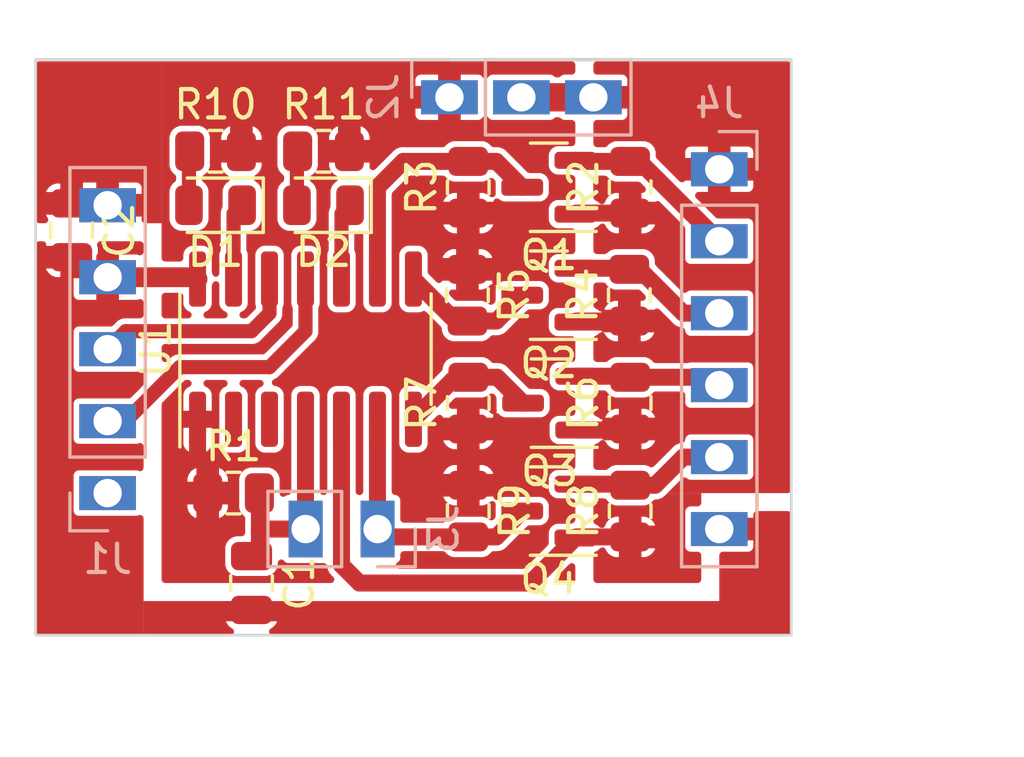
<source format=kicad_pcb>
(kicad_pcb (version 20221018) (generator pcbnew)
  (layers (0 "F.Cu" signal) (31 "B.Cu" signal) (34 "B.Paste" user) (35 "F.Paste" user) (36 "B.SilkS" user "B.Silkscreen") (37 "F.SilkS" user "F.Silkscreen") (38 "B.Mask" user) (39 "F.Mask" user) (44 "Edge.Cuts" user))
  (net 0 "")
  (net 1 "+3.3V")
  (net 2 "Rx")
  (net 3 "Tx")
  (net 4 "GND")
  (net 5 "+5V")
  (net 6 "VCC")
  (net 7 "RST")
  (net 8 "SCK{slash}Rx")
  (net 9 "MOSI{slash}Xck")
  (net 10 "MISO{slash}Tx")
  (net 11 "Net-(J3-Pin_2)")
  (net 12 "Net-(J4-Pin_2)")
  (net 13 "Net-(J4-Pin_3)")
  (net 14 "Net-(J4-Pin_4)")
  (net 15 "Net-(J4-Pin_5)")
  (net 16 "Net-(D1-K)")
  (net 17 "Net-(D1-A)")
  (net 18 "Net-(D2-K)")
  (net 19 "Net-(D2-A)")
  (footprint "Package_SO:SOIC-14_3.9x8.7mm_P1.27mm" (layer "F.Cu") (at 9.525 10.225 90)
    (fp_text reference "U1" (at 0 -5.28 90) (layer "F.SilkS"))
    (fp_text value "ATtiny841-SS" hide)
    (fp_line (start 0 -4.435) (end -3.45 -4.435) (stroke (width 0.12)) (layer "F.SilkS"))
    (fp_line (start 0 -4.435) (end 1.95 -4.435) (stroke (width 0.12)) (layer "F.SilkS"))
    (fp_line (start 0 4.435) (end -1.95 4.435) (stroke (width 0.12)) (layer "F.SilkS"))
    (fp_line (start 0 4.435) (end 1.95 4.435) (stroke (width 0.12)) (layer "F.SilkS"))
    (pad "1" smd roundrect (at -2.475 -3.81 90) (size 1.95 0.6) (layers "F.Cu" "F.Paste" "F.Mask") (net 5 "+5V"))
    (pad "2" smd roundrect (at -2.475 -2.54 90) (size 1.95 0.6) (layers "F.Cu" "F.Paste" "F.Mask"))
    (pad "3" smd roundrect (at -2.475 -1.27 90) (size 1.95 0.6) (layers "F.Cu" "F.Paste" "F.Mask"))
    (pad "4" smd roundrect (at -2.475 0 90) (size 1.95 0.6) (layers "F.Cu" "F.Paste" "F.Mask") (net 11 "Net-(J3-Pin_2)"))
    (pad "5" smd roundrect (at -2.475 1.27 90) (size 1.95 0.6) (layers "F.Cu" "F.Paste" "F.Mask") (net 6 "VCC"))
    (pad "6" smd roundrect (at -2.475 2.54 90) (size 1.95 0.6) (layers "F.Cu" "F.Paste" "F.Mask") (net 7 "RST"))
    (pad "7" smd roundrect (at -2.475 3.81 90) (size 1.95 0.6) (layers "F.Cu" "F.Paste" "F.Mask") (net 9 "MOSI{slash}Xck"))
    (pad "8" smd roundrect (at 2.475 3.81 90) (size 1.95 0.6) (layers "F.Cu" "F.Paste" "F.Mask") (net 10 "MISO{slash}Tx"))
    (pad "9" smd roundrect (at 2.475 2.54 90) (size 1.95 0.6) (layers "F.Cu" "F.Paste" "F.Mask") (net 8 "SCK{slash}Rx"))
    (pad "10" smd roundrect (at 2.475 1.27 90) (size 1.95 0.6) (layers "F.Cu" "F.Paste" "F.Mask") (net 18 "Net-(D2-K)"))
    (pad "11" smd roundrect (at 2.475 0 90) (size 1.95 0.6) (layers "F.Cu" "F.Paste" "F.Mask") (net 2 "Rx"))
    (pad "12" smd roundrect (at 2.475 -1.27 90) (size 1.95 0.6) (layers "F.Cu" "F.Paste" "F.Mask") (net 3 "Tx"))
    (pad "13" smd roundrect (at 2.475 -2.54 90) (size 1.95 0.6) (layers "F.Cu" "F.Paste" "F.Mask") (net 16 "Net-(D1-K)"))
    (pad "14" smd roundrect (at 2.475 -3.81 90) (size 1.95 0.6) (layers "F.Cu" "F.Paste" "F.Mask") (net 4 "GND"))
  )
  (footprint "Resistor_SMD:R_0805_2012Metric" (layer "F.Cu") (at 6.985 15.305)
    (fp_text reference "R1" (at 0 -1.65) (layer "F.SilkS"))
    (fp_text value "10k")
    (fp_line (start -0.227064 -0.735) (end 0.227064 -0.735) (stroke (width 0.12)) (layer "F.SilkS"))
    (fp_line (start -0.227064 0.735) (end 0.227064 0.735) (stroke (width 0.12)) (layer "F.SilkS"))
    (pad "1" smd roundrect (at -0.9125 0) (size 1.025 1.4) (layers "F.Cu" "F.Paste" "F.Mask") (roundrect_rratio 0.243902439) (net 5 "+5V"))
    (pad "2" smd roundrect (at 0.9125 0) (size 1.025 1.4) (layers "F.Cu" "F.Paste" "F.Mask") (roundrect_rratio 0.243902439) (net 11 "Net-(J3-Pin_2)"))
  )
  (footprint "Capacitor_SMD:C_0805_2012Metric" (layer "F.Cu") (at 1.27 6.03 -90)
    (fp_text reference "C2" (at 0 -1.68 90) (layer "F.SilkS"))
    (fp_text value "100n")
    (fp_line (start -0.261252 -0.735) (end 0.261252 -0.735) (stroke (width 0.12)) (layer "F.SilkS"))
    (fp_line (start -0.261252 0.735) (end 0.261252 0.735) (stroke (width 0.12)) (layer "F.SilkS"))
    (pad "1" smd roundrect (at -0.95 0 270) (size 1 1.45) (layers "F.Cu" "F.Paste" "F.Mask") (net 5 "+5V"))
    (pad "2" smd roundrect (at 0.95 0 270) (size 1 1.45) (layers "F.Cu" "F.Paste" "F.Mask") (net 4 "GND"))
  )
  (footprint "Package_TO_SOT_SMD:SOT-23" (layer "F.Cu") (at 18.1125 8.32 180)
    (fp_text reference "Q2" (at 0 -2.4) (layer "F.SilkS"))
    (fp_text value "2N7002")
    (fp_line (start 0 -1.56) (end -1.675 -1.56) (stroke (width 0.12)) (layer "F.SilkS"))
    (fp_line (start 0 -1.56) (end 0.65 -1.56) (stroke (width 0.12)) (layer "F.SilkS"))
    (fp_line (start 0 1.56) (end -0.65 1.56) (stroke (width 0.12)) (layer "F.SilkS"))
    (fp_line (start 0 1.56) (end 0.65 1.56) (stroke (width 0.12)) (layer "F.SilkS"))
    (pad "1" smd roundrect (at -0.9375 -0.95 180) (size 1.475 0.6) (layers "F.Cu" "F.Paste" "F.Mask") (net 6 "VCC"))
    (pad "2" smd roundrect (at -0.9375 0.95 180) (size 1.475 0.6) (layers "F.Cu" "F.Paste" "F.Mask") (net 13 "Net-(J4-Pin_3)"))
    (pad "3" smd roundrect (at 0.9375 0 180) (size 1.475 0.6) (layers "F.Cu" "F.Paste" "F.Mask") (net 10 "MISO{slash}Tx"))
  )
  (footprint "Resistor_SMD:R_0805_2012Metric" (layer "F.Cu") (at 15.269999 15.94 -90)
    (fp_text reference "R9" (at 0 -1.65 90) (layer "F.SilkS"))
    (fp_text value "10k")
    (fp_line (start -0.227064 -0.735) (end 0.227064 -0.735) (stroke (width 0.12)) (layer "F.SilkS"))
    (fp_line (start -0.227064 0.735) (end 0.227064 0.735) (stroke (width 0.12)) (layer "F.SilkS"))
    (pad "1" smd roundrect (at -0.9125 0 270) (size 1.025 1.4) (layers "F.Cu" "F.Paste" "F.Mask") (roundrect_rratio 0.243902439) (net 5 "+5V"))
    (pad "2" smd roundrect (at 0.9125 0 270) (size 1.025 1.4) (layers "F.Cu" "F.Paste" "F.Mask") (roundrect_rratio 0.243902439) (net 7 "RST"))
  )
  (footprint "LED_SMD:LED_0805_2012Metric" (layer "F.Cu") (at 10.16 5.145 180)
    (fp_text reference "D2" (at 0 -1.65) (layer "F.SilkS"))
    (fp_text value "LED")
    (fp_line (start -1.685 -0.96) (end -1.685 0.96) (stroke (width 0.12)) (layer "F.SilkS"))
    (fp_line (start -1.685 0.96) (end 1 0.96) (stroke (width 0.12)) (layer "F.SilkS"))
    (fp_line (start 1 -0.96) (end -1.685 -0.96) (stroke (width 0.12)) (layer "F.SilkS"))
    (pad "1" smd roundrect (at -0.9375 0 180) (size 0.975 1.4) (layers "F.Cu" "F.Paste" "F.Mask") (net 18 "Net-(D2-K)"))
    (pad "2" smd roundrect (at 0.9375 0 180) (size 0.975 1.4) (layers "F.Cu" "F.Paste" "F.Mask") (net 19 "Net-(D2-A)"))
  )
  (footprint "Capacitor_SMD:C_0805_2012Metric" (layer "F.Cu") (at 7.62 18.48 -90)
    (fp_text reference "C1" (at 0 -1.68 90) (layer "F.SilkS"))
    (fp_text value "100n")
    (fp_line (start -0.261252 -0.735) (end 0.261252 -0.735) (stroke (width 0.12)) (layer "F.SilkS"))
    (fp_line (start -0.261252 0.735) (end 0.261252 0.735) (stroke (width 0.12)) (layer "F.SilkS"))
    (pad "1" smd roundrect (at -0.95 0 270) (size 1 1.45) (layers "F.Cu" "F.Paste" "F.Mask") (net 11 "Net-(J3-Pin_2)"))
    (pad "2" smd roundrect (at 0.95 0 270) (size 1 1.45) (layers "F.Cu" "F.Paste" "F.Mask") (net 4 "GND"))
  )
  (footprint "Resistor_SMD:R_0805_2012Metric" (layer "F.Cu") (at 15.239998 8.32 -90)
    (fp_text reference "R5" (at 0 -1.65 90) (layer "F.SilkS"))
    (fp_text value "10k")
    (fp_line (start -0.227064 -0.735) (end 0.227064 -0.735) (stroke (width 0.12)) (layer "F.SilkS"))
    (fp_line (start -0.227064 0.735) (end 0.227064 0.735) (stroke (width 0.12)) (layer "F.SilkS"))
    (pad "1" smd roundrect (at -0.9125 0 270) (size 1.025 1.4) (layers "F.Cu" "F.Paste" "F.Mask") (roundrect_rratio 0.243902439) (net 5 "+5V"))
    (pad "2" smd roundrect (at 0.9125 0 270) (size 1.025 1.4) (layers "F.Cu" "F.Paste" "F.Mask") (roundrect_rratio 0.243902439) (net 10 "MISO{slash}Tx"))
  )
  (footprint "Resistor_SMD:R_0805_2012Metric" (layer "F.Cu") (at 10.16 3.24)
    (fp_text reference "R11" (at 0 -1.65) (layer "F.SilkS"))
    (fp_text value "10k")
    (fp_line (start -0.227064 -0.735) (end 0.227064 -0.735) (stroke (width 0.12)) (layer "F.SilkS"))
    (fp_line (start -0.227064 0.735) (end 0.227064 0.735) (stroke (width 0.12)) (layer "F.SilkS"))
    (pad "1" smd roundrect (at -0.9125 0) (size 1.025 1.4) (layers "F.Cu" "F.Paste" "F.Mask") (roundrect_rratio 0.243902439) (net 19 "Net-(D2-A)"))
    (pad "2" smd roundrect (at 0.9125 0) (size 1.025 1.4) (layers "F.Cu" "F.Paste" "F.Mask") (roundrect_rratio 0.243902439) (net 5 "+5V"))
  )
  (footprint "Resistor_SMD:R_0805_2012Metric" (layer "F.Cu") (at 15.269999 4.51 90)
    (fp_text reference "R3" (at 0 -1.65 90) (layer "F.SilkS"))
    (fp_text value "10k")
    (fp_line (start -0.227064 -0.735) (end 0.227064 -0.735) (stroke (width 0.12)) (layer "F.SilkS"))
    (fp_line (start -0.227064 0.735) (end 0.227064 0.735) (stroke (width 0.12)) (layer "F.SilkS"))
    (pad "1" smd roundrect (at -0.9125 0 90) (size 1.025 1.4) (layers "F.Cu" "F.Paste" "F.Mask") (roundrect_rratio 0.243902439) (net 5 "+5V"))
    (pad "2" smd roundrect (at 0.9125 0 90) (size 1.025 1.4) (layers "F.Cu" "F.Paste" "F.Mask") (roundrect_rratio 0.243902439) (net 8 "SCK{slash}Rx"))
  )
  (footprint "Resistor_SMD:R_0805_2012Metric" (layer "F.Cu") (at 20.955 8.32 90)
    (fp_text reference "R4" (at 0 -1.65 90) (layer "F.SilkS"))
    (fp_text value "10k")
    (fp_line (start -0.227064 -0.735) (end 0.227064 -0.735) (stroke (width 0.12)) (layer "F.SilkS"))
    (fp_line (start -0.227064 0.735) (end 0.227064 0.735) (stroke (width 0.12)) (layer "F.SilkS"))
    (pad "1" smd roundrect (at -0.9125 0 90) (size 1.025 1.4) (layers "F.Cu" "F.Paste" "F.Mask") (roundrect_rratio 0.243902439) (net 6 "VCC"))
    (pad "2" smd roundrect (at 0.9125 0 90) (size 1.025 1.4) (layers "F.Cu" "F.Paste" "F.Mask") (roundrect_rratio 0.243902439) (net 13 "Net-(J4-Pin_3)"))
  )
  (footprint "Resistor_SMD:R_0805_2012Metric" (layer "F.Cu") (at 15.269999 12.13 90)
    (fp_text reference "R7" (at 0 -1.65 90) (layer "F.SilkS"))
    (fp_text value "10k")
    (fp_line (start -0.227064 -0.735) (end 0.227064 -0.735) (stroke (width 0.12)) (layer "F.SilkS"))
    (fp_line (start -0.227064 0.735) (end 0.227064 0.735) (stroke (width 0.12)) (layer "F.SilkS"))
    (pad "1" smd roundrect (at -0.9125 0 90) (size 1.025 1.4) (layers "F.Cu" "F.Paste" "F.Mask") (roundrect_rratio 0.243902439) (net 5 "+5V"))
    (pad "2" smd roundrect (at 0.9125 0 90) (size 1.025 1.4) (layers "F.Cu" "F.Paste" "F.Mask") (roundrect_rratio 0.243902439) (net 9 "MOSI{slash}Xck"))
  )
  (footprint "LED_SMD:LED_0805_2012Metric" (layer "F.Cu") (at 6.35 5.145 180)
    (fp_text reference "D1" (at 0 -1.65) (layer "F.SilkS"))
    (fp_text value "LED")
    (fp_line (start -1.685 -0.96) (end -1.685 0.96) (stroke (width 0.12)) (layer "F.SilkS"))
    (fp_line (start -1.685 0.96) (end 1 0.96) (stroke (width 0.12)) (layer "F.SilkS"))
    (fp_line (start 1 -0.96) (end -1.685 -0.96) (stroke (width 0.12)) (layer "F.SilkS"))
    (pad "1" smd roundrect (at -0.9375 0 180) (size 0.975 1.4) (layers "F.Cu" "F.Paste" "F.Mask") (net 16 "Net-(D1-K)"))
    (pad "2" smd roundrect (at 0.9375 0 180) (size 0.975 1.4) (layers "F.Cu" "F.Paste" "F.Mask") (net 17 "Net-(D1-A)"))
  )
  (footprint "Package_TO_SOT_SMD:SOT-23" (layer "F.Cu") (at 18.142499 12.13 180)
    (fp_text reference "Q3" (at 0 -2.4) (layer "F.SilkS"))
    (fp_text value "2N7002")
    (fp_line (start 0 -1.56) (end -1.675 -1.56) (stroke (width 0.12)) (layer "F.SilkS"))
    (fp_line (start 0 -1.56) (end 0.65 -1.56) (stroke (width 0.12)) (layer "F.SilkS"))
    (fp_line (start 0 1.56) (end -0.65 1.56) (stroke (width 0.12)) (layer "F.SilkS"))
    (fp_line (start 0 1.56) (end 0.65 1.56) (stroke (width 0.12)) (layer "F.SilkS"))
    (pad "1" smd roundrect (at -0.9375 -0.95 180) (size 1.475 0.6) (layers "F.Cu" "F.Paste" "F.Mask") (net 6 "VCC"))
    (pad "2" smd roundrect (at -0.9375 0.95 180) (size 1.475 0.6) (layers "F.Cu" "F.Paste" "F.Mask") (net 14 "Net-(J4-Pin_4)"))
    (pad "3" smd roundrect (at 0.9375 0 180) (size 1.475 0.6) (layers "F.Cu" "F.Paste" "F.Mask") (net 9 "MOSI{slash}Xck"))
  )
  (footprint "Resistor_SMD:R_0805_2012Metric" (layer "F.Cu") (at 6.35 3.24)
    (fp_text reference "R10" (at 0 -1.65) (layer "F.SilkS"))
    (fp_text value "10k")
    (fp_line (start -0.227064 -0.735) (end 0.227064 -0.735) (stroke (width 0.12)) (layer "F.SilkS"))
    (fp_line (start -0.227064 0.735) (end 0.227064 0.735) (stroke (width 0.12)) (layer "F.SilkS"))
    (pad "1" smd roundrect (at -0.9125 0) (size 1.025 1.4) (layers "F.Cu" "F.Paste" "F.Mask") (roundrect_rratio 0.243902439) (net 17 "Net-(D1-A)"))
    (pad "2" smd roundrect (at 0.9125 0) (size 1.025 1.4) (layers "F.Cu" "F.Paste" "F.Mask") (roundrect_rratio 0.243902439) (net 5 "+5V"))
  )
  (footprint "Resistor_SMD:R_0805_2012Metric" (layer "F.Cu") (at 20.984999 12.13 90)
    (fp_text reference "R6" (at 0 -1.65 90) (layer "F.SilkS"))
    (fp_text value "10k")
    (fp_line (start -0.227064 -0.735) (end 0.227064 -0.735) (stroke (width 0.12)) (layer "F.SilkS"))
    (fp_line (start -0.227064 0.735) (end 0.227064 0.735) (stroke (width 0.12)) (layer "F.SilkS"))
    (pad "1" smd roundrect (at -0.9125 0 90) (size 1.025 1.4) (layers "F.Cu" "F.Paste" "F.Mask") (roundrect_rratio 0.243902439) (net 6 "VCC"))
    (pad "2" smd roundrect (at 0.9125 0 90) (size 1.025 1.4) (layers "F.Cu" "F.Paste" "F.Mask") (roundrect_rratio 0.243902439) (net 14 "Net-(J4-Pin_4)"))
  )
  (footprint "Package_TO_SOT_SMD:SOT-23" (layer "F.Cu") (at 18.112499 4.51 180)
    (fp_text reference "Q1" (at 0 -2.4) (layer "F.SilkS"))
    (fp_text value "2N7002")
    (fp_line (start 0 -1.56) (end -1.675 -1.56) (stroke (width 0.12)) (layer "F.SilkS"))
    (fp_line (start 0 -1.56) (end 0.65 -1.56) (stroke (width 0.12)) (layer "F.SilkS"))
    (fp_line (start 0 1.56) (end -0.65 1.56) (stroke (width 0.12)) (layer "F.SilkS"))
    (fp_line (start 0 1.56) (end 0.65 1.56) (stroke (width 0.12)) (layer "F.SilkS"))
    (pad "1" smd roundrect (at -0.9375 -0.95 180) (size 1.475 0.6) (layers "F.Cu" "F.Paste" "F.Mask") (net 6 "VCC"))
    (pad "2" smd roundrect (at -0.9375 0.95 180) (size 1.475 0.6) (layers "F.Cu" "F.Paste" "F.Mask") (net 12 "Net-(J4-Pin_2)"))
    (pad "3" smd roundrect (at 0.9375 0 180) (size 1.475 0.6) (layers "F.Cu" "F.Paste" "F.Mask") (net 8 "SCK{slash}Rx"))
  )
  (footprint "Resistor_SMD:R_0805_2012Metric" (layer "F.Cu") (at 20.984999 15.94 90)
    (fp_text reference "R8" (at 0 -1.65 90) (layer "F.SilkS"))
    (fp_text value "10k")
    (fp_line (start -0.227064 -0.735) (end 0.227064 -0.735) (stroke (width 0.12)) (layer "F.SilkS"))
    (fp_line (start -0.227064 0.735) (end 0.227064 0.735) (stroke (width 0.12)) (layer "F.SilkS"))
    (pad "1" smd roundrect (at -0.9125 0 90) (size 1.025 1.4) (layers "F.Cu" "F.Paste" "F.Mask") (roundrect_rratio 0.243902439) (net 6 "VCC"))
    (pad "2" smd roundrect (at 0.9125 0 90) (size 1.025 1.4) (layers "F.Cu" "F.Paste" "F.Mask") (roundrect_rratio 0.243902439) (net 15 "Net-(J4-Pin_5)"))
  )
  (footprint "Resistor_SMD:R_0805_2012Metric" (layer "F.Cu") (at 20.984999 4.51 90)
    (fp_text reference "R2" (at 0 -1.65 90) (layer "F.SilkS"))
    (fp_text value "10k")
    (fp_line (start -0.227064 -0.735) (end 0.227064 -0.735) (stroke (width 0.12)) (layer "F.SilkS"))
    (fp_line (start -0.227064 0.735) (end 0.227064 0.735) (stroke (width 0.12)) (layer "F.SilkS"))
    (pad "1" smd roundrect (at -0.9125 0 90) (size 1.025 1.4) (layers "F.Cu" "F.Paste" "F.Mask") (roundrect_rratio 0.243902439) (net 6 "VCC"))
    (pad "2" smd roundrect (at 0.9125 0 90) (size 1.025 1.4) (layers "F.Cu" "F.Paste" "F.Mask") (roundrect_rratio 0.243902439) (net 12 "Net-(J4-Pin_2)"))
  )
  (footprint "Package_TO_SOT_SMD:SOT-23" (layer "F.Cu") (at 18.112499 15.94 180)
    (fp_text reference "Q4" (at 0 -2.4) (layer "F.SilkS"))
    (fp_text value "2N7002")
    (fp_line (start 0 -1.56) (end -1.675 -1.56) (stroke (width 0.12)) (layer "F.SilkS"))
    (fp_line (start 0 -1.56) (end 0.65 -1.56) (stroke (width 0.12)) (layer "F.SilkS"))
    (fp_line (start 0 1.56) (end -0.65 1.56) (stroke (width 0.12)) (layer "F.SilkS"))
    (fp_line (start 0 1.56) (end 0.65 1.56) (stroke (width 0.12)) (layer "F.SilkS"))
    (pad "1" smd roundrect (at -0.9375 -0.95 180) (size 1.475 0.6) (layers "F.Cu" "F.Paste" "F.Mask") (net 6 "VCC"))
    (pad "2" smd roundrect (at -0.9375 0.95 180) (size 1.475 0.6) (layers "F.Cu" "F.Paste" "F.Mask") (net 15 "Net-(J4-Pin_5)"))
    (pad "3" smd roundrect (at 0.9375 0 180) (size 1.475 0.6) (layers "F.Cu" "F.Paste" "F.Mask") (net 7 "RST"))
  )
  (footprint "Connector_PinHeader_2.54mm:PinHeader_1x02_P2.54mm_Vertical" (layer "B.Cu") (at 12.07 16.575 90)
    (fp_text reference "J3" (at 0 2.33 90) (layer "B.SilkS") (effects (justify mirror)))
    (fp_text value "ISPRST")
    (fp_line (start -1.33 -3.87) (end 1.33 -3.87) (stroke (width 0.12)) (layer "B.SilkS"))
    (fp_line (start -1.33 -1.27) (end -1.33 -3.87) (stroke (width 0.12)) (layer "B.SilkS"))
    (fp_line (start -1.33 -1.27) (end 1.33 -1.27) (stroke (width 0.12)) (layer "B.SilkS"))
    (fp_line (start -1.33 0) (end -1.33 1.33) (stroke (width 0.12)) (layer "B.SilkS"))
    (fp_line (start -1.33 1.33) (end 0 1.33) (stroke (width 0.12)) (layer "B.SilkS"))
    (fp_line (start 1.33 -1.27) (end 1.33 -3.87) (stroke (width 0.12)) (layer "B.SilkS"))
    (pad "1" thru_hole rect (at 0 0 90) (size 2 1.2) (drill 1) (layers "*.Cu" "*.Mask") (net 7 "RST"))
    (pad "2" thru_hole rect (at 0 -2.54 90) (size 2 1.2) (drill 1) (layers "*.Cu" "*.Mask") (net 11 "Net-(J3-Pin_2)"))
  )
  (footprint "Connector_PinHeader_2.54mm:PinHeader_1x03_P2.54mm_Vertical" (layer "B.Cu") (at 14.605 1.335 -90)
    (fp_text reference "J2" (at 0 2.33 90) (layer "B.SilkS") (effects (justify mirror)))
    (fp_text value "POW_SEL")
    (fp_line (start -1.33 -6.41) (end 1.33 -6.41) (stroke (width 0.12)) (layer "B.SilkS"))
    (fp_line (start -1.33 -1.27) (end -1.33 -6.41) (stroke (width 0.12)) (layer "B.SilkS"))
    (fp_line (start -1.33 -1.27) (end 1.33 -1.27) (stroke (width 0.12)) (layer "B.SilkS"))
    (fp_line (start -1.33 0) (end -1.33 1.33) (stroke (width 0.12)) (layer "B.SilkS"))
    (fp_line (start -1.33 1.33) (end 0 1.33) (stroke (width 0.12)) (layer "B.SilkS"))
    (fp_line (start 1.33 -1.27) (end 1.33 -6.41) (stroke (width 0.12)) (layer "B.SilkS"))
    (pad "1" thru_hole rect (at 0 0 270) (size 1.2 2) (drill 1) (layers "*.Cu" "*.Mask") (net 5 "+5V"))
    (pad "2" thru_hole rect (at 0 -2.54 270) (size 1.2 2) (drill 1) (layers "*.Cu" "*.Mask") (net 6 "VCC"))
    (pad "3" thru_hole rect (at 0 -5.08 270) (size 1.2 2) (drill 1) (layers "*.Cu" "*.Mask") (net 6 "VCC"))
  )
  (footprint "Connector_PinHeader_2.54mm:PinHeader_1x05_P2.54mm_Vertical" (layer "B.Cu") (at 2.54 15.305)
    (fp_text reference "J1" (at 0 2.33) (layer "B.SilkS") (effects (justify mirror)))
    (fp_text value "PC")
    (fp_line (start -1.33 -11.49) (end 1.33 -11.49) (stroke (width 0.12)) (layer "B.SilkS"))
    (fp_line (start -1.33 -1.27) (end -1.33 -11.49) (stroke (width 0.12)) (layer "B.SilkS"))
    (fp_line (start -1.33 -1.27) (end 1.33 -1.27) (stroke (width 0.12)) (layer "B.SilkS"))
    (fp_line (start -1.33 0) (end -1.33 1.33) (stroke (width 0.12)) (layer "B.SilkS"))
    (fp_line (start -1.33 1.33) (end 0 1.33) (stroke (width 0.12)) (layer "B.SilkS"))
    (fp_line (start 1.33 -1.27) (end 1.33 -11.49) (stroke (width 0.12)) (layer "B.SilkS"))
    (pad "1" thru_hole rect (at 0 0) (size 2 1.2) (drill 1) (layers "*.Cu" "*.Mask") (net 1 "+3.3V"))
    (pad "2" thru_hole rect (at 0 -2.54) (size 2 1.2) (drill 1) (layers "*.Cu" "*.Mask") (net 2 "Rx"))
    (pad "3" thru_hole rect (at 0 -5.08) (size 2 1.2) (drill 1) (layers "*.Cu" "*.Mask") (net 3 "Tx"))
    (pad "4" thru_hole rect (at 0 -7.62) (size 2 1.2) (drill 1) (layers "*.Cu" "*.Mask") (net 4 "GND"))
    (pad "5" thru_hole rect (at 0 -10.16) (size 2 1.2) (drill 1) (layers "*.Cu" "*.Mask") (net 5 "+5V"))
  )
  (footprint "Connector_PinHeader_2.54mm:PinHeader_1x06_P2.54mm_Vertical" (layer "B.Cu") (at 24.13 3.875 180)
    (fp_text reference "J4" (at 0 2.33) (layer "B.SilkS") (effects (justify mirror)))
    (fp_text value "ISP")
    (fp_line (start -1.33 -14.03) (end 1.33 -14.03) (stroke (width 0.12)) (layer "B.SilkS"))
    (fp_line (start -1.33 -1.27) (end -1.33 -14.03) (stroke (width 0.12)) (layer "B.SilkS"))
    (fp_line (start -1.33 -1.27) (end 1.33 -1.27) (stroke (width 0.12)) (layer "B.SilkS"))
    (fp_line (start -1.33 0) (end -1.33 1.33) (stroke (width 0.12)) (layer "B.SilkS"))
    (fp_line (start -1.33 1.33) (end 0 1.33) (stroke (width 0.12)) (layer "B.SilkS"))
    (fp_line (start 1.33 -1.27) (end 1.33 -14.03) (stroke (width 0.12)) (layer "B.SilkS"))
    (pad "1" thru_hole rect (at 0 0 180) (size 2 1.2) (drill 1) (layers "*.Cu" "*.Mask") (net 6 "VCC"))
    (pad "2" thru_hole rect (at 0 -2.54 180) (size 2 1.2) (drill 1) (layers "*.Cu" "*.Mask") (net 12 "Net-(J4-Pin_2)"))
    (pad "3" thru_hole rect (at 0 -5.08 180) (size 2 1.2) (drill 1) (layers "*.Cu" "*.Mask") (net 13 "Net-(J4-Pin_3)"))
    (pad "4" thru_hole rect (at 0 -7.62 180) (size 2 1.2) (drill 1) (layers "*.Cu" "*.Mask") (net 14 "Net-(J4-Pin_4)"))
    (pad "5" thru_hole rect (at 0 -10.16 180) (size 2 1.2) (drill 1) (layers "*.Cu" "*.Mask") (net 15 "Net-(J4-Pin_5)"))
    (pad "6" thru_hole rect (at 0 -12.7 180) (size 2 1.2) (drill 1) (layers "*.Cu" "*.Mask") (net 4 "GND"))
  )
  (gr_rect (start 0 0) (end 26.67 20.32) (stroke (width 0.1)) (fill none) (layer "Edge.Cuts"))
  (segment (start 9.525 7.75) (end 9.525 9.59) (width 0.5) (layer "F.Cu") (net 2))
  (segment (start 8.255 10.86) (end 5.08 10.86) (width 0.5) (layer "F.Cu") (net 2))
  (segment (start 5.08 10.86) (end 3.175 12.765) (width 0.5) (layer "F.Cu") (net 2))
  (segment (start 3.175 12.765) (end 2.54 12.765) (width 0.5) (layer "F.Cu") (net 2))
  (segment (start 9.525 9.59) (end 8.255 10.86) (width 0.5) (layer "F.Cu") (net 2))
  (segment (start 8.255 8.955) (end 8.255 7.75) (width 0.5) (layer "F.Cu") (net 3))
  (segment (start 3.175 9.59) (end 2.54 10.225) (width 0.5) (layer "F.Cu") (net 3))
  (segment (start 7.62 9.59) (end 8.255 8.955) (width 0.5) (layer "F.Cu") (net 3))
  (segment (start 7.62 9.59) (end 3.175 9.59) (width 0.5) (layer "F.Cu") (net 3))
  (segment (start 2.54 7.685) (end 5.65 7.685) (width 0.7) (layer "F.Cu") (net 4))
  (segment (start 5.65 7.685) (end 5.715 7.75) (width 0.7) (layer "F.Cu") (net 4))
  (segment (start 19.0875 9.2325) (end 19.05 9.27) (width 0.6) (layer "F.Cu") (net 6))
  (segment (start 19.087499 16.8525) (end 19.049999 16.89) (width 0.6) (layer "F.Cu") (net 6))
  (segment (start 20.984999 5.4225) (end 19.087499 5.4225) (width 0.6) (layer "F.Cu") (net 6))
  (segment (start 10.795 12.7) (end 10.795 17.845) (width 0.6) (layer "F.Cu") (net 6))
  (segment (start 20.955 9.2325) (end 19.0875 9.2325) (width 0.6) (layer "F.Cu") (net 6))
  (segment (start 17.145 1.335) (end 19.685 1.335) (width 1) (layer "F.Cu") (net 6))
  (segment (start 19.079999 13.08) (end 20.947499 13.08) (width 0.6) (layer "F.Cu") (net 6))
  (segment (start 20.947499 13.08) (end 20.984999 13.0425) (width 0.6) (layer "F.Cu") (net 6))
  (segment (start 19.087499 5.4225) (end 19.049999 5.46) (width 0.6) (layer "F.Cu") (net 6))
  (segment (start 17.459999 18.48) (end 19.049999 16.89) (width 0.6) (layer "F.Cu") (net 6))
  (segment (start 11.43 18.48) (end 17.459999 18.48) (width 0.6) (layer "F.Cu") (net 6))
  (segment (start 20.984999 16.8525) (end 19.087499 16.8525) (width 0.6) (layer "F.Cu") (net 6))
  (segment (start 10.795 17.845) (end 11.43 18.48) (width 0.6) (layer "F.Cu") (net 6))
  (segment (start 12.065 12.7) (end 12.065 16.57) (width 0.6) (layer "F.Cu") (net 7))
  (segment (start 12.3475 16.8525) (end 12.07 16.575) (width 0.6) (layer "F.Cu") (net 7))
  (segment (start 16.262499 16.8525) (end 17.174999 15.94) (width 0.6) (layer "F.Cu") (net 7))
  (segment (start 15.269999 16.8525) (end 16.262499 16.8525) (width 0.6) (layer "F.Cu") (net 7))
  (segment (start 15.269999 16.8525) (end 12.3475 16.8525) (width 0.6) (layer "F.Cu") (net 7))
  (segment (start 12.065 16.57) (end 12.07 16.575) (width 0.6) (layer "F.Cu") (net 7))
  (segment (start 16.262499 3.5975) (end 17.174999 4.51) (width 0.6) (layer "F.Cu") (net 8))
  (segment (start 15.269999 3.5975) (end 12.9775 3.5975) (width 0.6) (layer "F.Cu") (net 8))
  (segment (start 12.065 4.51) (end 12.065 7.75) (width 0.6) (layer "F.Cu") (net 8))
  (segment (start 15.269999 3.5975) (end 16.262499 3.5975) (width 0.6) (layer "F.Cu") (net 8))
  (segment (start 12.9775 3.5975) (end 12.065 4.51) (width 0.6) (layer "F.Cu") (net 8))
  (segment (start 16.292499 11.2175) (end 17.204999 12.13) (width 0.6) (layer "F.Cu") (net 9))
  (segment (start 15.269999 11.2175) (end 14.8175 11.2175) (width 0.6) (layer "F.Cu") (net 9))
  (segment (start 15.269999 11.2175) (end 16.292499 11.2175) (width 0.6) (layer "F.Cu") (net 9))
  (segment (start 13.335 12.7) (end 14.8175 11.2175) (width 0.6) (layer "F.Cu") (net 9))
  (segment (start 15.239998 9.2325) (end 14.8175 9.2325) (width 0.6) (layer "F.Cu") (net 10))
  (segment (start 16.2625 9.2325) (end 17.175 8.32) (width 0.6) (layer "F.Cu") (net 10))
  (segment (start 14.8175 9.2325) (end 13.335 7.75) (width 0.6) (layer "F.Cu") (net 10))
  (segment (start 15.239998 9.2325) (end 16.2625 9.2325) (width 0.6) (layer "F.Cu") (net 10))
  (segment (start 9.53 16.575) (end 7.8975 16.575) (width 0.6) (layer "F.Cu") (net 11))
  (segment (start 7.8975 16.575) (end 7.8975 17.1725) (width 0.6) (layer "F.Cu") (net 11))
  (segment (start 7.8975 15.305) (end 7.8975 16.575) (width 0.6) (layer "F.Cu") (net 11))
  (segment (start 7.8975 17.1725) (end 7.935 17.21) (width 0.6) (layer "F.Cu") (net 11))
  (segment (start 9.525 12.7) (end 9.525 16.57) (width 0.6) (layer "F.Cu") (net 11))
  (segment (start 9.525 16.57) (end 9.53 16.575) (width 0.6) (layer "F.Cu") (net 11))
  (segment (start 20.984999 3.5975) (end 21.3125 3.5975) (width 0.6) (layer "F.Cu") (net 12))
  (segment (start 21.3125 3.5975) (end 24.13 6.415) (width 0.6) (layer "F.Cu") (net 12))
  (segment (start 20.984999 3.5975) (end 19.087499 3.5975) (width 0.6) (layer "F.Cu") (net 12))
  (segment (start 19.087499 3.5975) (end 19.049999 3.56) (width 0.6) (layer "F.Cu") (net 12))
  (segment (start 20.955 7.4075) (end 21.3125 7.4075) (width 0.6) (layer "F.Cu") (net 13))
  (segment (start 19.05 7.37) (end 20.9175 7.37) (width 0.6) (layer "F.Cu") (net 13))
  (segment (start 21.3125 7.4075) (end 22.86 8.955) (width 0.6) (layer "F.Cu") (net 13))
  (segment (start 22.86 8.955) (end 24.13 8.955) (width 0.6) (layer "F.Cu") (net 13))
  (segment (start 20.9175 7.37) (end 20.955 7.4075) (width 0.6) (layer "F.Cu") (net 13))
  (segment (start 19.079999 11.18) (end 20.947499 11.18) (width 0.6) (layer "F.Cu") (net 14))
  (segment (start 20.984999 11.2175) (end 23.8525 11.2175) (width 0.6) (layer "F.Cu") (net 14))
  (segment (start 20.947499 11.18) (end 20.984999 11.2175) (width 0.6) (layer "F.Cu") (net 14))
  (segment (start 23.8525 11.2175) (end 24.13 11.495) (width 0.6) (layer "F.Cu") (net 14))
  (segment (start 20.984999 15.0275) (end 21.8675 15.0275) (width 0.6) (layer "F.Cu") (net 15))
  (segment (start 22.86 14.035) (end 24.13 14.035) (width 0.6) (layer "F.Cu") (net 15))
  (segment (start 21.8675 15.0275) (end 22.86 14.035) (width 0.6) (layer "F.Cu") (net 15))
  (segment (start 19.049999 14.99) (end 20.947499 14.99) (width 0.6) (layer "F.Cu") (net 15))
  (segment (start 20.947499 14.99) (end 20.984999 15.0275) (width 0.6) (layer "F.Cu") (net 15))
  (segment (start 6.985 5.4475) (end 7.2875 5.145) (width 0.5) (layer "F.Cu") (net 16))
  (segment (start 6.985 7.75) (end 6.985 5.4475) (width 0.5) (layer "F.Cu") (net 16))
  (segment (start 5.4125 5.145) (end 5.4125 3.265) (width 0.5) (layer "F.Cu") (net 17))
  (segment (start 5.4125 3.265) (end 5.4375 3.24) (width 0.5) (layer "F.Cu") (net 17))
  (segment (start 10.795 7.75) (end 10.795 5.4475) (width 0.5) (layer "F.Cu") (net 18))
  (segment (start 10.795 5.4475) (end 11.0975 5.145) (width 0.5) (layer "F.Cu") (net 18))
  (segment (start 9.2225 3.265) (end 9.2475 3.24) (width 0.5) (layer "F.Cu") (net 19))
  (segment (start 9.2225 5.145) (end 9.2225 3.265) (width 0.5) (layer "F.Cu") (net 19))
  (zone (net 5) (net_name "+5V") (layer "F.Cu") (priority 1) (connect_pads (clearance 0.2)) (min_thickness 0.25) (fill yes (thermal_gap 0.2) (thermal_bridge_width 0.8) (island_removal_mode 1) (island_area_min 10))
    (polygon (pts (xy 19.05 0.065) (xy 19.05 18.48) (xy 4.445 18.48) (xy 4.445 0.065)))
  )
  (zone (net 6) (net_name "VCC") (layer "F.Cu") (priority 4) (connect_pads (clearance 0.2)) (min_thickness 0.25) (fill yes (thermal_gap 0.2) (thermal_bridge_width 0.8) (island_removal_mode 1) (island_area_min 10))
    (polygon (pts (xy 23.495 15.305) (xy 23.495 18.48) (xy 19.685 18.48) (xy 19.685 15.305)))
  )
  (zone (net 6) (net_name "VCC") (layer "F.Cu") (connect_pads (clearance 0.2)) (min_thickness 0.25) (fill yes (thermal_gap 0.2) (thermal_bridge_width 0.8) (island_removal_mode 1) (island_area_min 10))
    (polygon (pts (xy 19.685 0.065) (xy 26.67 0.065) (xy 26.67 15.305) (xy 19.685 15.305)))
  )
  (zone (net 5) (net_name "+5V") (layer "F.Cu") (priority 2) (connect_pads (clearance 0.2)) (min_thickness 0.25) (fill yes (thermal_gap 0.2) (thermal_bridge_width 0.8) (island_removal_mode 1) (island_area_min 10))
    (polygon (pts (xy 4.445 0.065) (xy 0 0.065) (xy 0 5.78) (xy 4.445 5.78)))
  )
  (zone (net 4) (net_name "GND") (layer "F.Cu") (priority 3) (connect_pads (clearance 0.2)) (min_thickness 0.25) (fill yes (thermal_gap 0.2) (thermal_bridge_width 0.8) (island_removal_mode 1) (island_area_min 10))
    (polygon (pts (xy 0 6.415) (xy 3.81 6.415) (xy 3.81 20.385) (xy 0 20.385)))
  )
  (zone (net 4) (net_name "GND") (layer "F.Cu") (priority 5) (connect_pads (clearance 0.2)) (min_thickness 0.25) (fill yes (thermal_gap 0.2) (thermal_bridge_width 0.8) (island_removal_mode 1) (island_area_min 10))
    (polygon (pts (xy 3.81 20.385) (xy 3.81 19.115) (xy 19.685 19.115) (xy 19.685 19.115) (xy 24.13 19.115) (xy 24.13 15.94) (xy 26.67 15.94) (xy 26.67 20.385)))
  )
)
</source>
